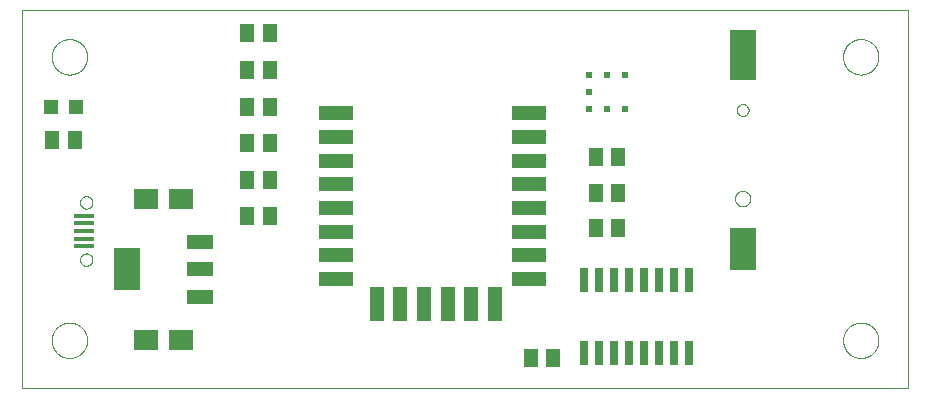
<source format=gtp>
G75*
%MOIN*%
%OFA0B0*%
%FSLAX25Y25*%
%IPPOS*%
%LPD*%
%AMOC8*
5,1,8,0,0,1.08239X$1,22.5*
%
%ADD10C,0.00000*%
%ADD11R,0.06890X0.01575*%
%ADD12R,0.11811X0.04724*%
%ADD13R,0.04724X0.11811*%
%ADD14R,0.05118X0.05906*%
%ADD15R,0.05118X0.06299*%
%ADD16R,0.08799X0.04799*%
%ADD17R,0.08661X0.14173*%
%ADD18R,0.08465X0.07087*%
%ADD19R,0.02600X0.08000*%
%ADD20R,0.09055X0.16929*%
%ADD21R,0.09055X0.14409*%
%ADD22R,0.04724X0.04724*%
%ADD23R,0.02362X0.01969*%
%ADD24R,0.01969X0.02362*%
D10*
X0002244Y0001365D02*
X0002244Y0127349D01*
X0297520Y0127349D01*
X0297520Y0001365D01*
X0002244Y0001365D01*
X0012086Y0017113D02*
X0012088Y0017266D01*
X0012094Y0017420D01*
X0012104Y0017573D01*
X0012118Y0017725D01*
X0012136Y0017878D01*
X0012158Y0018029D01*
X0012183Y0018180D01*
X0012213Y0018331D01*
X0012247Y0018481D01*
X0012284Y0018629D01*
X0012325Y0018777D01*
X0012370Y0018923D01*
X0012419Y0019069D01*
X0012472Y0019213D01*
X0012528Y0019355D01*
X0012588Y0019496D01*
X0012652Y0019636D01*
X0012719Y0019774D01*
X0012790Y0019910D01*
X0012865Y0020044D01*
X0012942Y0020176D01*
X0013024Y0020306D01*
X0013108Y0020434D01*
X0013196Y0020560D01*
X0013287Y0020683D01*
X0013381Y0020804D01*
X0013479Y0020922D01*
X0013579Y0021038D01*
X0013683Y0021151D01*
X0013789Y0021262D01*
X0013898Y0021370D01*
X0014010Y0021475D01*
X0014124Y0021576D01*
X0014242Y0021675D01*
X0014361Y0021771D01*
X0014483Y0021864D01*
X0014608Y0021953D01*
X0014735Y0022040D01*
X0014864Y0022122D01*
X0014995Y0022202D01*
X0015128Y0022278D01*
X0015263Y0022351D01*
X0015400Y0022420D01*
X0015539Y0022485D01*
X0015679Y0022547D01*
X0015821Y0022605D01*
X0015964Y0022660D01*
X0016109Y0022711D01*
X0016255Y0022758D01*
X0016402Y0022801D01*
X0016550Y0022840D01*
X0016699Y0022876D01*
X0016849Y0022907D01*
X0017000Y0022935D01*
X0017151Y0022959D01*
X0017304Y0022979D01*
X0017456Y0022995D01*
X0017609Y0023007D01*
X0017762Y0023015D01*
X0017915Y0023019D01*
X0018069Y0023019D01*
X0018222Y0023015D01*
X0018375Y0023007D01*
X0018528Y0022995D01*
X0018680Y0022979D01*
X0018833Y0022959D01*
X0018984Y0022935D01*
X0019135Y0022907D01*
X0019285Y0022876D01*
X0019434Y0022840D01*
X0019582Y0022801D01*
X0019729Y0022758D01*
X0019875Y0022711D01*
X0020020Y0022660D01*
X0020163Y0022605D01*
X0020305Y0022547D01*
X0020445Y0022485D01*
X0020584Y0022420D01*
X0020721Y0022351D01*
X0020856Y0022278D01*
X0020989Y0022202D01*
X0021120Y0022122D01*
X0021249Y0022040D01*
X0021376Y0021953D01*
X0021501Y0021864D01*
X0021623Y0021771D01*
X0021742Y0021675D01*
X0021860Y0021576D01*
X0021974Y0021475D01*
X0022086Y0021370D01*
X0022195Y0021262D01*
X0022301Y0021151D01*
X0022405Y0021038D01*
X0022505Y0020922D01*
X0022603Y0020804D01*
X0022697Y0020683D01*
X0022788Y0020560D01*
X0022876Y0020434D01*
X0022960Y0020306D01*
X0023042Y0020176D01*
X0023119Y0020044D01*
X0023194Y0019910D01*
X0023265Y0019774D01*
X0023332Y0019636D01*
X0023396Y0019496D01*
X0023456Y0019355D01*
X0023512Y0019213D01*
X0023565Y0019069D01*
X0023614Y0018923D01*
X0023659Y0018777D01*
X0023700Y0018629D01*
X0023737Y0018481D01*
X0023771Y0018331D01*
X0023801Y0018180D01*
X0023826Y0018029D01*
X0023848Y0017878D01*
X0023866Y0017725D01*
X0023880Y0017573D01*
X0023890Y0017420D01*
X0023896Y0017266D01*
X0023898Y0017113D01*
X0023896Y0016960D01*
X0023890Y0016806D01*
X0023880Y0016653D01*
X0023866Y0016501D01*
X0023848Y0016348D01*
X0023826Y0016197D01*
X0023801Y0016046D01*
X0023771Y0015895D01*
X0023737Y0015745D01*
X0023700Y0015597D01*
X0023659Y0015449D01*
X0023614Y0015303D01*
X0023565Y0015157D01*
X0023512Y0015013D01*
X0023456Y0014871D01*
X0023396Y0014730D01*
X0023332Y0014590D01*
X0023265Y0014452D01*
X0023194Y0014316D01*
X0023119Y0014182D01*
X0023042Y0014050D01*
X0022960Y0013920D01*
X0022876Y0013792D01*
X0022788Y0013666D01*
X0022697Y0013543D01*
X0022603Y0013422D01*
X0022505Y0013304D01*
X0022405Y0013188D01*
X0022301Y0013075D01*
X0022195Y0012964D01*
X0022086Y0012856D01*
X0021974Y0012751D01*
X0021860Y0012650D01*
X0021742Y0012551D01*
X0021623Y0012455D01*
X0021501Y0012362D01*
X0021376Y0012273D01*
X0021249Y0012186D01*
X0021120Y0012104D01*
X0020989Y0012024D01*
X0020856Y0011948D01*
X0020721Y0011875D01*
X0020584Y0011806D01*
X0020445Y0011741D01*
X0020305Y0011679D01*
X0020163Y0011621D01*
X0020020Y0011566D01*
X0019875Y0011515D01*
X0019729Y0011468D01*
X0019582Y0011425D01*
X0019434Y0011386D01*
X0019285Y0011350D01*
X0019135Y0011319D01*
X0018984Y0011291D01*
X0018833Y0011267D01*
X0018680Y0011247D01*
X0018528Y0011231D01*
X0018375Y0011219D01*
X0018222Y0011211D01*
X0018069Y0011207D01*
X0017915Y0011207D01*
X0017762Y0011211D01*
X0017609Y0011219D01*
X0017456Y0011231D01*
X0017304Y0011247D01*
X0017151Y0011267D01*
X0017000Y0011291D01*
X0016849Y0011319D01*
X0016699Y0011350D01*
X0016550Y0011386D01*
X0016402Y0011425D01*
X0016255Y0011468D01*
X0016109Y0011515D01*
X0015964Y0011566D01*
X0015821Y0011621D01*
X0015679Y0011679D01*
X0015539Y0011741D01*
X0015400Y0011806D01*
X0015263Y0011875D01*
X0015128Y0011948D01*
X0014995Y0012024D01*
X0014864Y0012104D01*
X0014735Y0012186D01*
X0014608Y0012273D01*
X0014483Y0012362D01*
X0014361Y0012455D01*
X0014242Y0012551D01*
X0014124Y0012650D01*
X0014010Y0012751D01*
X0013898Y0012856D01*
X0013789Y0012964D01*
X0013683Y0013075D01*
X0013579Y0013188D01*
X0013479Y0013304D01*
X0013381Y0013422D01*
X0013287Y0013543D01*
X0013196Y0013666D01*
X0013108Y0013792D01*
X0013024Y0013920D01*
X0012942Y0014050D01*
X0012865Y0014182D01*
X0012790Y0014316D01*
X0012719Y0014452D01*
X0012652Y0014590D01*
X0012588Y0014730D01*
X0012528Y0014871D01*
X0012472Y0015013D01*
X0012419Y0015157D01*
X0012370Y0015303D01*
X0012325Y0015449D01*
X0012284Y0015597D01*
X0012247Y0015745D01*
X0012213Y0015895D01*
X0012183Y0016046D01*
X0012158Y0016197D01*
X0012136Y0016348D01*
X0012118Y0016501D01*
X0012104Y0016653D01*
X0012094Y0016806D01*
X0012088Y0016960D01*
X0012086Y0017113D01*
X0021555Y0043983D02*
X0021557Y0044074D01*
X0021563Y0044164D01*
X0021573Y0044255D01*
X0021587Y0044344D01*
X0021605Y0044433D01*
X0021626Y0044522D01*
X0021652Y0044609D01*
X0021681Y0044695D01*
X0021715Y0044779D01*
X0021751Y0044862D01*
X0021792Y0044944D01*
X0021836Y0045023D01*
X0021883Y0045101D01*
X0021934Y0045176D01*
X0021988Y0045249D01*
X0022045Y0045319D01*
X0022105Y0045387D01*
X0022168Y0045453D01*
X0022234Y0045515D01*
X0022303Y0045574D01*
X0022374Y0045631D01*
X0022448Y0045684D01*
X0022524Y0045734D01*
X0022602Y0045781D01*
X0022682Y0045824D01*
X0022763Y0045863D01*
X0022847Y0045899D01*
X0022932Y0045931D01*
X0023018Y0045960D01*
X0023105Y0045984D01*
X0023194Y0046005D01*
X0023283Y0046022D01*
X0023373Y0046035D01*
X0023463Y0046044D01*
X0023554Y0046049D01*
X0023645Y0046050D01*
X0023735Y0046047D01*
X0023826Y0046040D01*
X0023916Y0046029D01*
X0024006Y0046014D01*
X0024095Y0045995D01*
X0024183Y0045973D01*
X0024269Y0045946D01*
X0024355Y0045916D01*
X0024439Y0045882D01*
X0024522Y0045844D01*
X0024603Y0045803D01*
X0024682Y0045758D01*
X0024759Y0045709D01*
X0024833Y0045658D01*
X0024906Y0045603D01*
X0024976Y0045545D01*
X0025043Y0045484D01*
X0025107Y0045420D01*
X0025169Y0045354D01*
X0025228Y0045284D01*
X0025283Y0045213D01*
X0025336Y0045138D01*
X0025385Y0045062D01*
X0025431Y0044984D01*
X0025473Y0044903D01*
X0025512Y0044821D01*
X0025547Y0044737D01*
X0025578Y0044652D01*
X0025605Y0044565D01*
X0025629Y0044478D01*
X0025649Y0044389D01*
X0025665Y0044300D01*
X0025677Y0044210D01*
X0025685Y0044119D01*
X0025689Y0044028D01*
X0025689Y0043938D01*
X0025685Y0043847D01*
X0025677Y0043756D01*
X0025665Y0043666D01*
X0025649Y0043577D01*
X0025629Y0043488D01*
X0025605Y0043401D01*
X0025578Y0043314D01*
X0025547Y0043229D01*
X0025512Y0043145D01*
X0025473Y0043063D01*
X0025431Y0042982D01*
X0025385Y0042904D01*
X0025336Y0042828D01*
X0025283Y0042753D01*
X0025228Y0042682D01*
X0025169Y0042612D01*
X0025107Y0042546D01*
X0025043Y0042482D01*
X0024976Y0042421D01*
X0024906Y0042363D01*
X0024833Y0042308D01*
X0024759Y0042257D01*
X0024682Y0042208D01*
X0024603Y0042163D01*
X0024522Y0042122D01*
X0024439Y0042084D01*
X0024355Y0042050D01*
X0024269Y0042020D01*
X0024183Y0041993D01*
X0024095Y0041971D01*
X0024006Y0041952D01*
X0023916Y0041937D01*
X0023826Y0041926D01*
X0023735Y0041919D01*
X0023645Y0041916D01*
X0023554Y0041917D01*
X0023463Y0041922D01*
X0023373Y0041931D01*
X0023283Y0041944D01*
X0023194Y0041961D01*
X0023105Y0041982D01*
X0023018Y0042006D01*
X0022932Y0042035D01*
X0022847Y0042067D01*
X0022763Y0042103D01*
X0022682Y0042142D01*
X0022602Y0042185D01*
X0022524Y0042232D01*
X0022448Y0042282D01*
X0022374Y0042335D01*
X0022303Y0042392D01*
X0022234Y0042451D01*
X0022168Y0042513D01*
X0022105Y0042579D01*
X0022045Y0042647D01*
X0021988Y0042717D01*
X0021934Y0042790D01*
X0021883Y0042865D01*
X0021836Y0042943D01*
X0021792Y0043022D01*
X0021751Y0043104D01*
X0021715Y0043187D01*
X0021681Y0043271D01*
X0021652Y0043357D01*
X0021626Y0043444D01*
X0021605Y0043533D01*
X0021587Y0043622D01*
X0021573Y0043711D01*
X0021563Y0043802D01*
X0021557Y0043892D01*
X0021555Y0043983D01*
X0021555Y0063077D02*
X0021557Y0063168D01*
X0021563Y0063258D01*
X0021573Y0063349D01*
X0021587Y0063438D01*
X0021605Y0063527D01*
X0021626Y0063616D01*
X0021652Y0063703D01*
X0021681Y0063789D01*
X0021715Y0063873D01*
X0021751Y0063956D01*
X0021792Y0064038D01*
X0021836Y0064117D01*
X0021883Y0064195D01*
X0021934Y0064270D01*
X0021988Y0064343D01*
X0022045Y0064413D01*
X0022105Y0064481D01*
X0022168Y0064547D01*
X0022234Y0064609D01*
X0022303Y0064668D01*
X0022374Y0064725D01*
X0022448Y0064778D01*
X0022524Y0064828D01*
X0022602Y0064875D01*
X0022682Y0064918D01*
X0022763Y0064957D01*
X0022847Y0064993D01*
X0022932Y0065025D01*
X0023018Y0065054D01*
X0023105Y0065078D01*
X0023194Y0065099D01*
X0023283Y0065116D01*
X0023373Y0065129D01*
X0023463Y0065138D01*
X0023554Y0065143D01*
X0023645Y0065144D01*
X0023735Y0065141D01*
X0023826Y0065134D01*
X0023916Y0065123D01*
X0024006Y0065108D01*
X0024095Y0065089D01*
X0024183Y0065067D01*
X0024269Y0065040D01*
X0024355Y0065010D01*
X0024439Y0064976D01*
X0024522Y0064938D01*
X0024603Y0064897D01*
X0024682Y0064852D01*
X0024759Y0064803D01*
X0024833Y0064752D01*
X0024906Y0064697D01*
X0024976Y0064639D01*
X0025043Y0064578D01*
X0025107Y0064514D01*
X0025169Y0064448D01*
X0025228Y0064378D01*
X0025283Y0064307D01*
X0025336Y0064232D01*
X0025385Y0064156D01*
X0025431Y0064078D01*
X0025473Y0063997D01*
X0025512Y0063915D01*
X0025547Y0063831D01*
X0025578Y0063746D01*
X0025605Y0063659D01*
X0025629Y0063572D01*
X0025649Y0063483D01*
X0025665Y0063394D01*
X0025677Y0063304D01*
X0025685Y0063213D01*
X0025689Y0063122D01*
X0025689Y0063032D01*
X0025685Y0062941D01*
X0025677Y0062850D01*
X0025665Y0062760D01*
X0025649Y0062671D01*
X0025629Y0062582D01*
X0025605Y0062495D01*
X0025578Y0062408D01*
X0025547Y0062323D01*
X0025512Y0062239D01*
X0025473Y0062157D01*
X0025431Y0062076D01*
X0025385Y0061998D01*
X0025336Y0061922D01*
X0025283Y0061847D01*
X0025228Y0061776D01*
X0025169Y0061706D01*
X0025107Y0061640D01*
X0025043Y0061576D01*
X0024976Y0061515D01*
X0024906Y0061457D01*
X0024833Y0061402D01*
X0024759Y0061351D01*
X0024682Y0061302D01*
X0024603Y0061257D01*
X0024522Y0061216D01*
X0024439Y0061178D01*
X0024355Y0061144D01*
X0024269Y0061114D01*
X0024183Y0061087D01*
X0024095Y0061065D01*
X0024006Y0061046D01*
X0023916Y0061031D01*
X0023826Y0061020D01*
X0023735Y0061013D01*
X0023645Y0061010D01*
X0023554Y0061011D01*
X0023463Y0061016D01*
X0023373Y0061025D01*
X0023283Y0061038D01*
X0023194Y0061055D01*
X0023105Y0061076D01*
X0023018Y0061100D01*
X0022932Y0061129D01*
X0022847Y0061161D01*
X0022763Y0061197D01*
X0022682Y0061236D01*
X0022602Y0061279D01*
X0022524Y0061326D01*
X0022448Y0061376D01*
X0022374Y0061429D01*
X0022303Y0061486D01*
X0022234Y0061545D01*
X0022168Y0061607D01*
X0022105Y0061673D01*
X0022045Y0061741D01*
X0021988Y0061811D01*
X0021934Y0061884D01*
X0021883Y0061959D01*
X0021836Y0062037D01*
X0021792Y0062116D01*
X0021751Y0062198D01*
X0021715Y0062281D01*
X0021681Y0062365D01*
X0021652Y0062451D01*
X0021626Y0062538D01*
X0021605Y0062627D01*
X0021587Y0062716D01*
X0021573Y0062805D01*
X0021563Y0062896D01*
X0021557Y0062986D01*
X0021555Y0063077D01*
X0012086Y0111601D02*
X0012088Y0111754D01*
X0012094Y0111908D01*
X0012104Y0112061D01*
X0012118Y0112213D01*
X0012136Y0112366D01*
X0012158Y0112517D01*
X0012183Y0112668D01*
X0012213Y0112819D01*
X0012247Y0112969D01*
X0012284Y0113117D01*
X0012325Y0113265D01*
X0012370Y0113411D01*
X0012419Y0113557D01*
X0012472Y0113701D01*
X0012528Y0113843D01*
X0012588Y0113984D01*
X0012652Y0114124D01*
X0012719Y0114262D01*
X0012790Y0114398D01*
X0012865Y0114532D01*
X0012942Y0114664D01*
X0013024Y0114794D01*
X0013108Y0114922D01*
X0013196Y0115048D01*
X0013287Y0115171D01*
X0013381Y0115292D01*
X0013479Y0115410D01*
X0013579Y0115526D01*
X0013683Y0115639D01*
X0013789Y0115750D01*
X0013898Y0115858D01*
X0014010Y0115963D01*
X0014124Y0116064D01*
X0014242Y0116163D01*
X0014361Y0116259D01*
X0014483Y0116352D01*
X0014608Y0116441D01*
X0014735Y0116528D01*
X0014864Y0116610D01*
X0014995Y0116690D01*
X0015128Y0116766D01*
X0015263Y0116839D01*
X0015400Y0116908D01*
X0015539Y0116973D01*
X0015679Y0117035D01*
X0015821Y0117093D01*
X0015964Y0117148D01*
X0016109Y0117199D01*
X0016255Y0117246D01*
X0016402Y0117289D01*
X0016550Y0117328D01*
X0016699Y0117364D01*
X0016849Y0117395D01*
X0017000Y0117423D01*
X0017151Y0117447D01*
X0017304Y0117467D01*
X0017456Y0117483D01*
X0017609Y0117495D01*
X0017762Y0117503D01*
X0017915Y0117507D01*
X0018069Y0117507D01*
X0018222Y0117503D01*
X0018375Y0117495D01*
X0018528Y0117483D01*
X0018680Y0117467D01*
X0018833Y0117447D01*
X0018984Y0117423D01*
X0019135Y0117395D01*
X0019285Y0117364D01*
X0019434Y0117328D01*
X0019582Y0117289D01*
X0019729Y0117246D01*
X0019875Y0117199D01*
X0020020Y0117148D01*
X0020163Y0117093D01*
X0020305Y0117035D01*
X0020445Y0116973D01*
X0020584Y0116908D01*
X0020721Y0116839D01*
X0020856Y0116766D01*
X0020989Y0116690D01*
X0021120Y0116610D01*
X0021249Y0116528D01*
X0021376Y0116441D01*
X0021501Y0116352D01*
X0021623Y0116259D01*
X0021742Y0116163D01*
X0021860Y0116064D01*
X0021974Y0115963D01*
X0022086Y0115858D01*
X0022195Y0115750D01*
X0022301Y0115639D01*
X0022405Y0115526D01*
X0022505Y0115410D01*
X0022603Y0115292D01*
X0022697Y0115171D01*
X0022788Y0115048D01*
X0022876Y0114922D01*
X0022960Y0114794D01*
X0023042Y0114664D01*
X0023119Y0114532D01*
X0023194Y0114398D01*
X0023265Y0114262D01*
X0023332Y0114124D01*
X0023396Y0113984D01*
X0023456Y0113843D01*
X0023512Y0113701D01*
X0023565Y0113557D01*
X0023614Y0113411D01*
X0023659Y0113265D01*
X0023700Y0113117D01*
X0023737Y0112969D01*
X0023771Y0112819D01*
X0023801Y0112668D01*
X0023826Y0112517D01*
X0023848Y0112366D01*
X0023866Y0112213D01*
X0023880Y0112061D01*
X0023890Y0111908D01*
X0023896Y0111754D01*
X0023898Y0111601D01*
X0023896Y0111448D01*
X0023890Y0111294D01*
X0023880Y0111141D01*
X0023866Y0110989D01*
X0023848Y0110836D01*
X0023826Y0110685D01*
X0023801Y0110534D01*
X0023771Y0110383D01*
X0023737Y0110233D01*
X0023700Y0110085D01*
X0023659Y0109937D01*
X0023614Y0109791D01*
X0023565Y0109645D01*
X0023512Y0109501D01*
X0023456Y0109359D01*
X0023396Y0109218D01*
X0023332Y0109078D01*
X0023265Y0108940D01*
X0023194Y0108804D01*
X0023119Y0108670D01*
X0023042Y0108538D01*
X0022960Y0108408D01*
X0022876Y0108280D01*
X0022788Y0108154D01*
X0022697Y0108031D01*
X0022603Y0107910D01*
X0022505Y0107792D01*
X0022405Y0107676D01*
X0022301Y0107563D01*
X0022195Y0107452D01*
X0022086Y0107344D01*
X0021974Y0107239D01*
X0021860Y0107138D01*
X0021742Y0107039D01*
X0021623Y0106943D01*
X0021501Y0106850D01*
X0021376Y0106761D01*
X0021249Y0106674D01*
X0021120Y0106592D01*
X0020989Y0106512D01*
X0020856Y0106436D01*
X0020721Y0106363D01*
X0020584Y0106294D01*
X0020445Y0106229D01*
X0020305Y0106167D01*
X0020163Y0106109D01*
X0020020Y0106054D01*
X0019875Y0106003D01*
X0019729Y0105956D01*
X0019582Y0105913D01*
X0019434Y0105874D01*
X0019285Y0105838D01*
X0019135Y0105807D01*
X0018984Y0105779D01*
X0018833Y0105755D01*
X0018680Y0105735D01*
X0018528Y0105719D01*
X0018375Y0105707D01*
X0018222Y0105699D01*
X0018069Y0105695D01*
X0017915Y0105695D01*
X0017762Y0105699D01*
X0017609Y0105707D01*
X0017456Y0105719D01*
X0017304Y0105735D01*
X0017151Y0105755D01*
X0017000Y0105779D01*
X0016849Y0105807D01*
X0016699Y0105838D01*
X0016550Y0105874D01*
X0016402Y0105913D01*
X0016255Y0105956D01*
X0016109Y0106003D01*
X0015964Y0106054D01*
X0015821Y0106109D01*
X0015679Y0106167D01*
X0015539Y0106229D01*
X0015400Y0106294D01*
X0015263Y0106363D01*
X0015128Y0106436D01*
X0014995Y0106512D01*
X0014864Y0106592D01*
X0014735Y0106674D01*
X0014608Y0106761D01*
X0014483Y0106850D01*
X0014361Y0106943D01*
X0014242Y0107039D01*
X0014124Y0107138D01*
X0014010Y0107239D01*
X0013898Y0107344D01*
X0013789Y0107452D01*
X0013683Y0107563D01*
X0013579Y0107676D01*
X0013479Y0107792D01*
X0013381Y0107910D01*
X0013287Y0108031D01*
X0013196Y0108154D01*
X0013108Y0108280D01*
X0013024Y0108408D01*
X0012942Y0108538D01*
X0012865Y0108670D01*
X0012790Y0108804D01*
X0012719Y0108940D01*
X0012652Y0109078D01*
X0012588Y0109218D01*
X0012528Y0109359D01*
X0012472Y0109501D01*
X0012419Y0109645D01*
X0012370Y0109791D01*
X0012325Y0109937D01*
X0012284Y0110085D01*
X0012247Y0110233D01*
X0012213Y0110383D01*
X0012183Y0110534D01*
X0012158Y0110685D01*
X0012136Y0110836D01*
X0012118Y0110989D01*
X0012104Y0111141D01*
X0012094Y0111294D01*
X0012088Y0111448D01*
X0012086Y0111601D01*
X0240433Y0093885D02*
X0240435Y0093973D01*
X0240441Y0094061D01*
X0240451Y0094149D01*
X0240465Y0094237D01*
X0240482Y0094323D01*
X0240504Y0094409D01*
X0240529Y0094493D01*
X0240559Y0094577D01*
X0240591Y0094659D01*
X0240628Y0094739D01*
X0240668Y0094818D01*
X0240712Y0094895D01*
X0240759Y0094970D01*
X0240809Y0095042D01*
X0240863Y0095113D01*
X0240919Y0095180D01*
X0240979Y0095246D01*
X0241041Y0095308D01*
X0241107Y0095368D01*
X0241174Y0095424D01*
X0241245Y0095478D01*
X0241317Y0095528D01*
X0241392Y0095575D01*
X0241469Y0095619D01*
X0241548Y0095659D01*
X0241628Y0095696D01*
X0241710Y0095728D01*
X0241794Y0095758D01*
X0241878Y0095783D01*
X0241964Y0095805D01*
X0242050Y0095822D01*
X0242138Y0095836D01*
X0242226Y0095846D01*
X0242314Y0095852D01*
X0242402Y0095854D01*
X0242490Y0095852D01*
X0242578Y0095846D01*
X0242666Y0095836D01*
X0242754Y0095822D01*
X0242840Y0095805D01*
X0242926Y0095783D01*
X0243010Y0095758D01*
X0243094Y0095728D01*
X0243176Y0095696D01*
X0243256Y0095659D01*
X0243335Y0095619D01*
X0243412Y0095575D01*
X0243487Y0095528D01*
X0243559Y0095478D01*
X0243630Y0095424D01*
X0243697Y0095368D01*
X0243763Y0095308D01*
X0243825Y0095246D01*
X0243885Y0095180D01*
X0243941Y0095113D01*
X0243995Y0095042D01*
X0244045Y0094970D01*
X0244092Y0094895D01*
X0244136Y0094818D01*
X0244176Y0094739D01*
X0244213Y0094659D01*
X0244245Y0094577D01*
X0244275Y0094493D01*
X0244300Y0094409D01*
X0244322Y0094323D01*
X0244339Y0094237D01*
X0244353Y0094149D01*
X0244363Y0094061D01*
X0244369Y0093973D01*
X0244371Y0093885D01*
X0244369Y0093797D01*
X0244363Y0093709D01*
X0244353Y0093621D01*
X0244339Y0093533D01*
X0244322Y0093447D01*
X0244300Y0093361D01*
X0244275Y0093277D01*
X0244245Y0093193D01*
X0244213Y0093111D01*
X0244176Y0093031D01*
X0244136Y0092952D01*
X0244092Y0092875D01*
X0244045Y0092800D01*
X0243995Y0092728D01*
X0243941Y0092657D01*
X0243885Y0092590D01*
X0243825Y0092524D01*
X0243763Y0092462D01*
X0243697Y0092402D01*
X0243630Y0092346D01*
X0243559Y0092292D01*
X0243487Y0092242D01*
X0243412Y0092195D01*
X0243335Y0092151D01*
X0243256Y0092111D01*
X0243176Y0092074D01*
X0243094Y0092042D01*
X0243010Y0092012D01*
X0242926Y0091987D01*
X0242840Y0091965D01*
X0242754Y0091948D01*
X0242666Y0091934D01*
X0242578Y0091924D01*
X0242490Y0091918D01*
X0242402Y0091916D01*
X0242314Y0091918D01*
X0242226Y0091924D01*
X0242138Y0091934D01*
X0242050Y0091948D01*
X0241964Y0091965D01*
X0241878Y0091987D01*
X0241794Y0092012D01*
X0241710Y0092042D01*
X0241628Y0092074D01*
X0241548Y0092111D01*
X0241469Y0092151D01*
X0241392Y0092195D01*
X0241317Y0092242D01*
X0241245Y0092292D01*
X0241174Y0092346D01*
X0241107Y0092402D01*
X0241041Y0092462D01*
X0240979Y0092524D01*
X0240919Y0092590D01*
X0240863Y0092657D01*
X0240809Y0092728D01*
X0240759Y0092800D01*
X0240712Y0092875D01*
X0240668Y0092952D01*
X0240628Y0093031D01*
X0240591Y0093111D01*
X0240559Y0093193D01*
X0240529Y0093277D01*
X0240504Y0093361D01*
X0240482Y0093447D01*
X0240465Y0093533D01*
X0240451Y0093621D01*
X0240441Y0093709D01*
X0240435Y0093797D01*
X0240433Y0093885D01*
X0275866Y0111601D02*
X0275868Y0111754D01*
X0275874Y0111908D01*
X0275884Y0112061D01*
X0275898Y0112213D01*
X0275916Y0112366D01*
X0275938Y0112517D01*
X0275963Y0112668D01*
X0275993Y0112819D01*
X0276027Y0112969D01*
X0276064Y0113117D01*
X0276105Y0113265D01*
X0276150Y0113411D01*
X0276199Y0113557D01*
X0276252Y0113701D01*
X0276308Y0113843D01*
X0276368Y0113984D01*
X0276432Y0114124D01*
X0276499Y0114262D01*
X0276570Y0114398D01*
X0276645Y0114532D01*
X0276722Y0114664D01*
X0276804Y0114794D01*
X0276888Y0114922D01*
X0276976Y0115048D01*
X0277067Y0115171D01*
X0277161Y0115292D01*
X0277259Y0115410D01*
X0277359Y0115526D01*
X0277463Y0115639D01*
X0277569Y0115750D01*
X0277678Y0115858D01*
X0277790Y0115963D01*
X0277904Y0116064D01*
X0278022Y0116163D01*
X0278141Y0116259D01*
X0278263Y0116352D01*
X0278388Y0116441D01*
X0278515Y0116528D01*
X0278644Y0116610D01*
X0278775Y0116690D01*
X0278908Y0116766D01*
X0279043Y0116839D01*
X0279180Y0116908D01*
X0279319Y0116973D01*
X0279459Y0117035D01*
X0279601Y0117093D01*
X0279744Y0117148D01*
X0279889Y0117199D01*
X0280035Y0117246D01*
X0280182Y0117289D01*
X0280330Y0117328D01*
X0280479Y0117364D01*
X0280629Y0117395D01*
X0280780Y0117423D01*
X0280931Y0117447D01*
X0281084Y0117467D01*
X0281236Y0117483D01*
X0281389Y0117495D01*
X0281542Y0117503D01*
X0281695Y0117507D01*
X0281849Y0117507D01*
X0282002Y0117503D01*
X0282155Y0117495D01*
X0282308Y0117483D01*
X0282460Y0117467D01*
X0282613Y0117447D01*
X0282764Y0117423D01*
X0282915Y0117395D01*
X0283065Y0117364D01*
X0283214Y0117328D01*
X0283362Y0117289D01*
X0283509Y0117246D01*
X0283655Y0117199D01*
X0283800Y0117148D01*
X0283943Y0117093D01*
X0284085Y0117035D01*
X0284225Y0116973D01*
X0284364Y0116908D01*
X0284501Y0116839D01*
X0284636Y0116766D01*
X0284769Y0116690D01*
X0284900Y0116610D01*
X0285029Y0116528D01*
X0285156Y0116441D01*
X0285281Y0116352D01*
X0285403Y0116259D01*
X0285522Y0116163D01*
X0285640Y0116064D01*
X0285754Y0115963D01*
X0285866Y0115858D01*
X0285975Y0115750D01*
X0286081Y0115639D01*
X0286185Y0115526D01*
X0286285Y0115410D01*
X0286383Y0115292D01*
X0286477Y0115171D01*
X0286568Y0115048D01*
X0286656Y0114922D01*
X0286740Y0114794D01*
X0286822Y0114664D01*
X0286899Y0114532D01*
X0286974Y0114398D01*
X0287045Y0114262D01*
X0287112Y0114124D01*
X0287176Y0113984D01*
X0287236Y0113843D01*
X0287292Y0113701D01*
X0287345Y0113557D01*
X0287394Y0113411D01*
X0287439Y0113265D01*
X0287480Y0113117D01*
X0287517Y0112969D01*
X0287551Y0112819D01*
X0287581Y0112668D01*
X0287606Y0112517D01*
X0287628Y0112366D01*
X0287646Y0112213D01*
X0287660Y0112061D01*
X0287670Y0111908D01*
X0287676Y0111754D01*
X0287678Y0111601D01*
X0287676Y0111448D01*
X0287670Y0111294D01*
X0287660Y0111141D01*
X0287646Y0110989D01*
X0287628Y0110836D01*
X0287606Y0110685D01*
X0287581Y0110534D01*
X0287551Y0110383D01*
X0287517Y0110233D01*
X0287480Y0110085D01*
X0287439Y0109937D01*
X0287394Y0109791D01*
X0287345Y0109645D01*
X0287292Y0109501D01*
X0287236Y0109359D01*
X0287176Y0109218D01*
X0287112Y0109078D01*
X0287045Y0108940D01*
X0286974Y0108804D01*
X0286899Y0108670D01*
X0286822Y0108538D01*
X0286740Y0108408D01*
X0286656Y0108280D01*
X0286568Y0108154D01*
X0286477Y0108031D01*
X0286383Y0107910D01*
X0286285Y0107792D01*
X0286185Y0107676D01*
X0286081Y0107563D01*
X0285975Y0107452D01*
X0285866Y0107344D01*
X0285754Y0107239D01*
X0285640Y0107138D01*
X0285522Y0107039D01*
X0285403Y0106943D01*
X0285281Y0106850D01*
X0285156Y0106761D01*
X0285029Y0106674D01*
X0284900Y0106592D01*
X0284769Y0106512D01*
X0284636Y0106436D01*
X0284501Y0106363D01*
X0284364Y0106294D01*
X0284225Y0106229D01*
X0284085Y0106167D01*
X0283943Y0106109D01*
X0283800Y0106054D01*
X0283655Y0106003D01*
X0283509Y0105956D01*
X0283362Y0105913D01*
X0283214Y0105874D01*
X0283065Y0105838D01*
X0282915Y0105807D01*
X0282764Y0105779D01*
X0282613Y0105755D01*
X0282460Y0105735D01*
X0282308Y0105719D01*
X0282155Y0105707D01*
X0282002Y0105699D01*
X0281849Y0105695D01*
X0281695Y0105695D01*
X0281542Y0105699D01*
X0281389Y0105707D01*
X0281236Y0105719D01*
X0281084Y0105735D01*
X0280931Y0105755D01*
X0280780Y0105779D01*
X0280629Y0105807D01*
X0280479Y0105838D01*
X0280330Y0105874D01*
X0280182Y0105913D01*
X0280035Y0105956D01*
X0279889Y0106003D01*
X0279744Y0106054D01*
X0279601Y0106109D01*
X0279459Y0106167D01*
X0279319Y0106229D01*
X0279180Y0106294D01*
X0279043Y0106363D01*
X0278908Y0106436D01*
X0278775Y0106512D01*
X0278644Y0106592D01*
X0278515Y0106674D01*
X0278388Y0106761D01*
X0278263Y0106850D01*
X0278141Y0106943D01*
X0278022Y0107039D01*
X0277904Y0107138D01*
X0277790Y0107239D01*
X0277678Y0107344D01*
X0277569Y0107452D01*
X0277463Y0107563D01*
X0277359Y0107676D01*
X0277259Y0107792D01*
X0277161Y0107910D01*
X0277067Y0108031D01*
X0276976Y0108154D01*
X0276888Y0108280D01*
X0276804Y0108408D01*
X0276722Y0108538D01*
X0276645Y0108670D01*
X0276570Y0108804D01*
X0276499Y0108940D01*
X0276432Y0109078D01*
X0276368Y0109218D01*
X0276308Y0109359D01*
X0276252Y0109501D01*
X0276199Y0109645D01*
X0276150Y0109791D01*
X0276105Y0109937D01*
X0276064Y0110085D01*
X0276027Y0110233D01*
X0275993Y0110383D01*
X0275963Y0110534D01*
X0275938Y0110685D01*
X0275916Y0110836D01*
X0275898Y0110989D01*
X0275884Y0111141D01*
X0275874Y0111294D01*
X0275868Y0111448D01*
X0275866Y0111601D01*
X0239843Y0064357D02*
X0239845Y0064458D01*
X0239851Y0064559D01*
X0239861Y0064660D01*
X0239875Y0064760D01*
X0239893Y0064859D01*
X0239915Y0064958D01*
X0239940Y0065056D01*
X0239970Y0065153D01*
X0240003Y0065248D01*
X0240040Y0065342D01*
X0240081Y0065435D01*
X0240125Y0065526D01*
X0240173Y0065615D01*
X0240225Y0065702D01*
X0240280Y0065787D01*
X0240338Y0065869D01*
X0240399Y0065950D01*
X0240464Y0066028D01*
X0240531Y0066103D01*
X0240601Y0066175D01*
X0240675Y0066245D01*
X0240751Y0066312D01*
X0240829Y0066376D01*
X0240910Y0066436D01*
X0240993Y0066493D01*
X0241079Y0066547D01*
X0241167Y0066598D01*
X0241256Y0066645D01*
X0241347Y0066689D01*
X0241440Y0066728D01*
X0241535Y0066765D01*
X0241630Y0066797D01*
X0241727Y0066826D01*
X0241826Y0066850D01*
X0241924Y0066871D01*
X0242024Y0066888D01*
X0242124Y0066901D01*
X0242225Y0066910D01*
X0242326Y0066915D01*
X0242427Y0066916D01*
X0242528Y0066913D01*
X0242629Y0066906D01*
X0242730Y0066895D01*
X0242830Y0066880D01*
X0242929Y0066861D01*
X0243028Y0066838D01*
X0243125Y0066812D01*
X0243222Y0066781D01*
X0243317Y0066747D01*
X0243410Y0066709D01*
X0243503Y0066667D01*
X0243593Y0066622D01*
X0243682Y0066573D01*
X0243768Y0066521D01*
X0243852Y0066465D01*
X0243935Y0066406D01*
X0244014Y0066344D01*
X0244092Y0066279D01*
X0244166Y0066211D01*
X0244238Y0066139D01*
X0244307Y0066066D01*
X0244373Y0065989D01*
X0244436Y0065910D01*
X0244496Y0065828D01*
X0244552Y0065744D01*
X0244605Y0065658D01*
X0244655Y0065570D01*
X0244701Y0065480D01*
X0244744Y0065389D01*
X0244783Y0065295D01*
X0244818Y0065200D01*
X0244849Y0065104D01*
X0244877Y0065007D01*
X0244901Y0064909D01*
X0244921Y0064810D01*
X0244937Y0064710D01*
X0244949Y0064609D01*
X0244957Y0064509D01*
X0244961Y0064408D01*
X0244961Y0064306D01*
X0244957Y0064205D01*
X0244949Y0064105D01*
X0244937Y0064004D01*
X0244921Y0063904D01*
X0244901Y0063805D01*
X0244877Y0063707D01*
X0244849Y0063610D01*
X0244818Y0063514D01*
X0244783Y0063419D01*
X0244744Y0063325D01*
X0244701Y0063234D01*
X0244655Y0063144D01*
X0244605Y0063056D01*
X0244552Y0062970D01*
X0244496Y0062886D01*
X0244436Y0062804D01*
X0244373Y0062725D01*
X0244307Y0062648D01*
X0244238Y0062575D01*
X0244166Y0062503D01*
X0244092Y0062435D01*
X0244014Y0062370D01*
X0243935Y0062308D01*
X0243852Y0062249D01*
X0243768Y0062193D01*
X0243681Y0062141D01*
X0243593Y0062092D01*
X0243503Y0062047D01*
X0243410Y0062005D01*
X0243317Y0061967D01*
X0243222Y0061933D01*
X0243125Y0061902D01*
X0243028Y0061876D01*
X0242929Y0061853D01*
X0242830Y0061834D01*
X0242730Y0061819D01*
X0242629Y0061808D01*
X0242528Y0061801D01*
X0242427Y0061798D01*
X0242326Y0061799D01*
X0242225Y0061804D01*
X0242124Y0061813D01*
X0242024Y0061826D01*
X0241924Y0061843D01*
X0241826Y0061864D01*
X0241727Y0061888D01*
X0241630Y0061917D01*
X0241535Y0061949D01*
X0241440Y0061986D01*
X0241347Y0062025D01*
X0241256Y0062069D01*
X0241167Y0062116D01*
X0241079Y0062167D01*
X0240993Y0062221D01*
X0240910Y0062278D01*
X0240829Y0062338D01*
X0240751Y0062402D01*
X0240675Y0062469D01*
X0240601Y0062539D01*
X0240531Y0062611D01*
X0240464Y0062686D01*
X0240399Y0062764D01*
X0240338Y0062845D01*
X0240280Y0062927D01*
X0240225Y0063012D01*
X0240173Y0063099D01*
X0240125Y0063188D01*
X0240081Y0063279D01*
X0240040Y0063372D01*
X0240003Y0063466D01*
X0239970Y0063561D01*
X0239940Y0063658D01*
X0239915Y0063756D01*
X0239893Y0063855D01*
X0239875Y0063954D01*
X0239861Y0064054D01*
X0239851Y0064155D01*
X0239845Y0064256D01*
X0239843Y0064357D01*
X0275866Y0017113D02*
X0275868Y0017266D01*
X0275874Y0017420D01*
X0275884Y0017573D01*
X0275898Y0017725D01*
X0275916Y0017878D01*
X0275938Y0018029D01*
X0275963Y0018180D01*
X0275993Y0018331D01*
X0276027Y0018481D01*
X0276064Y0018629D01*
X0276105Y0018777D01*
X0276150Y0018923D01*
X0276199Y0019069D01*
X0276252Y0019213D01*
X0276308Y0019355D01*
X0276368Y0019496D01*
X0276432Y0019636D01*
X0276499Y0019774D01*
X0276570Y0019910D01*
X0276645Y0020044D01*
X0276722Y0020176D01*
X0276804Y0020306D01*
X0276888Y0020434D01*
X0276976Y0020560D01*
X0277067Y0020683D01*
X0277161Y0020804D01*
X0277259Y0020922D01*
X0277359Y0021038D01*
X0277463Y0021151D01*
X0277569Y0021262D01*
X0277678Y0021370D01*
X0277790Y0021475D01*
X0277904Y0021576D01*
X0278022Y0021675D01*
X0278141Y0021771D01*
X0278263Y0021864D01*
X0278388Y0021953D01*
X0278515Y0022040D01*
X0278644Y0022122D01*
X0278775Y0022202D01*
X0278908Y0022278D01*
X0279043Y0022351D01*
X0279180Y0022420D01*
X0279319Y0022485D01*
X0279459Y0022547D01*
X0279601Y0022605D01*
X0279744Y0022660D01*
X0279889Y0022711D01*
X0280035Y0022758D01*
X0280182Y0022801D01*
X0280330Y0022840D01*
X0280479Y0022876D01*
X0280629Y0022907D01*
X0280780Y0022935D01*
X0280931Y0022959D01*
X0281084Y0022979D01*
X0281236Y0022995D01*
X0281389Y0023007D01*
X0281542Y0023015D01*
X0281695Y0023019D01*
X0281849Y0023019D01*
X0282002Y0023015D01*
X0282155Y0023007D01*
X0282308Y0022995D01*
X0282460Y0022979D01*
X0282613Y0022959D01*
X0282764Y0022935D01*
X0282915Y0022907D01*
X0283065Y0022876D01*
X0283214Y0022840D01*
X0283362Y0022801D01*
X0283509Y0022758D01*
X0283655Y0022711D01*
X0283800Y0022660D01*
X0283943Y0022605D01*
X0284085Y0022547D01*
X0284225Y0022485D01*
X0284364Y0022420D01*
X0284501Y0022351D01*
X0284636Y0022278D01*
X0284769Y0022202D01*
X0284900Y0022122D01*
X0285029Y0022040D01*
X0285156Y0021953D01*
X0285281Y0021864D01*
X0285403Y0021771D01*
X0285522Y0021675D01*
X0285640Y0021576D01*
X0285754Y0021475D01*
X0285866Y0021370D01*
X0285975Y0021262D01*
X0286081Y0021151D01*
X0286185Y0021038D01*
X0286285Y0020922D01*
X0286383Y0020804D01*
X0286477Y0020683D01*
X0286568Y0020560D01*
X0286656Y0020434D01*
X0286740Y0020306D01*
X0286822Y0020176D01*
X0286899Y0020044D01*
X0286974Y0019910D01*
X0287045Y0019774D01*
X0287112Y0019636D01*
X0287176Y0019496D01*
X0287236Y0019355D01*
X0287292Y0019213D01*
X0287345Y0019069D01*
X0287394Y0018923D01*
X0287439Y0018777D01*
X0287480Y0018629D01*
X0287517Y0018481D01*
X0287551Y0018331D01*
X0287581Y0018180D01*
X0287606Y0018029D01*
X0287628Y0017878D01*
X0287646Y0017725D01*
X0287660Y0017573D01*
X0287670Y0017420D01*
X0287676Y0017266D01*
X0287678Y0017113D01*
X0287676Y0016960D01*
X0287670Y0016806D01*
X0287660Y0016653D01*
X0287646Y0016501D01*
X0287628Y0016348D01*
X0287606Y0016197D01*
X0287581Y0016046D01*
X0287551Y0015895D01*
X0287517Y0015745D01*
X0287480Y0015597D01*
X0287439Y0015449D01*
X0287394Y0015303D01*
X0287345Y0015157D01*
X0287292Y0015013D01*
X0287236Y0014871D01*
X0287176Y0014730D01*
X0287112Y0014590D01*
X0287045Y0014452D01*
X0286974Y0014316D01*
X0286899Y0014182D01*
X0286822Y0014050D01*
X0286740Y0013920D01*
X0286656Y0013792D01*
X0286568Y0013666D01*
X0286477Y0013543D01*
X0286383Y0013422D01*
X0286285Y0013304D01*
X0286185Y0013188D01*
X0286081Y0013075D01*
X0285975Y0012964D01*
X0285866Y0012856D01*
X0285754Y0012751D01*
X0285640Y0012650D01*
X0285522Y0012551D01*
X0285403Y0012455D01*
X0285281Y0012362D01*
X0285156Y0012273D01*
X0285029Y0012186D01*
X0284900Y0012104D01*
X0284769Y0012024D01*
X0284636Y0011948D01*
X0284501Y0011875D01*
X0284364Y0011806D01*
X0284225Y0011741D01*
X0284085Y0011679D01*
X0283943Y0011621D01*
X0283800Y0011566D01*
X0283655Y0011515D01*
X0283509Y0011468D01*
X0283362Y0011425D01*
X0283214Y0011386D01*
X0283065Y0011350D01*
X0282915Y0011319D01*
X0282764Y0011291D01*
X0282613Y0011267D01*
X0282460Y0011247D01*
X0282308Y0011231D01*
X0282155Y0011219D01*
X0282002Y0011211D01*
X0281849Y0011207D01*
X0281695Y0011207D01*
X0281542Y0011211D01*
X0281389Y0011219D01*
X0281236Y0011231D01*
X0281084Y0011247D01*
X0280931Y0011267D01*
X0280780Y0011291D01*
X0280629Y0011319D01*
X0280479Y0011350D01*
X0280330Y0011386D01*
X0280182Y0011425D01*
X0280035Y0011468D01*
X0279889Y0011515D01*
X0279744Y0011566D01*
X0279601Y0011621D01*
X0279459Y0011679D01*
X0279319Y0011741D01*
X0279180Y0011806D01*
X0279043Y0011875D01*
X0278908Y0011948D01*
X0278775Y0012024D01*
X0278644Y0012104D01*
X0278515Y0012186D01*
X0278388Y0012273D01*
X0278263Y0012362D01*
X0278141Y0012455D01*
X0278022Y0012551D01*
X0277904Y0012650D01*
X0277790Y0012751D01*
X0277678Y0012856D01*
X0277569Y0012964D01*
X0277463Y0013075D01*
X0277359Y0013188D01*
X0277259Y0013304D01*
X0277161Y0013422D01*
X0277067Y0013543D01*
X0276976Y0013666D01*
X0276888Y0013792D01*
X0276804Y0013920D01*
X0276722Y0014050D01*
X0276645Y0014182D01*
X0276570Y0014316D01*
X0276499Y0014452D01*
X0276432Y0014590D01*
X0276368Y0014730D01*
X0276308Y0014871D01*
X0276252Y0015013D01*
X0276199Y0015157D01*
X0276150Y0015303D01*
X0276105Y0015449D01*
X0276064Y0015597D01*
X0276027Y0015745D01*
X0275993Y0015895D01*
X0275963Y0016046D01*
X0275938Y0016197D01*
X0275916Y0016348D01*
X0275898Y0016501D01*
X0275884Y0016653D01*
X0275874Y0016806D01*
X0275868Y0016960D01*
X0275866Y0017113D01*
D11*
X0022815Y0048412D03*
X0022815Y0050971D03*
X0022815Y0053530D03*
X0022815Y0056089D03*
X0022815Y0058648D03*
D12*
X0106693Y0061247D03*
X0106693Y0069121D03*
X0106693Y0076995D03*
X0106693Y0084869D03*
X0106693Y0092743D03*
X0171260Y0092743D03*
X0171260Y0084869D03*
X0171260Y0076995D03*
X0171260Y0069121D03*
X0171260Y0061247D03*
X0171260Y0053373D03*
X0171260Y0045499D03*
X0171260Y0037625D03*
X0106693Y0037625D03*
X0106693Y0045499D03*
X0106693Y0053373D03*
D13*
X0120472Y0029357D03*
X0128346Y0029357D03*
X0136220Y0029357D03*
X0144094Y0029357D03*
X0151969Y0029357D03*
X0159843Y0029357D03*
D14*
X0171732Y0011207D03*
X0179213Y0011207D03*
X0084724Y0058451D03*
X0077244Y0058451D03*
X0077244Y0094992D03*
X0084724Y0094992D03*
D15*
X0084724Y0082751D03*
X0077244Y0082751D03*
X0077244Y0070509D03*
X0084724Y0070509D03*
X0019764Y0083859D03*
X0012283Y0083859D03*
X0077244Y0107234D03*
X0084724Y0107234D03*
X0084724Y0119475D03*
X0077244Y0119475D03*
X0193445Y0078136D03*
X0200925Y0078136D03*
X0200925Y0066325D03*
X0193445Y0066325D03*
X0193445Y0054514D03*
X0200925Y0054514D03*
D16*
X0061689Y0049833D03*
X0061689Y0040735D03*
X0061689Y0031636D03*
D17*
X0037287Y0040735D03*
D18*
X0043681Y0017113D03*
X0055295Y0017113D03*
X0055295Y0064357D03*
X0043681Y0064357D03*
D19*
X0189469Y0037087D03*
X0194469Y0037087D03*
X0199469Y0037087D03*
X0204469Y0037087D03*
X0209469Y0037087D03*
X0214469Y0037087D03*
X0219469Y0037087D03*
X0224469Y0037087D03*
X0224469Y0012887D03*
X0219469Y0012887D03*
X0214469Y0012887D03*
X0209469Y0012887D03*
X0204469Y0012887D03*
X0199469Y0012887D03*
X0194469Y0012887D03*
X0189469Y0012887D03*
D20*
X0242402Y0112175D03*
D21*
X0242402Y0047446D03*
D22*
X0020157Y0094777D03*
X0011890Y0094777D03*
D23*
X0191220Y0094081D03*
X0197126Y0094081D03*
X0203031Y0094081D03*
X0203031Y0105499D03*
X0197126Y0105499D03*
X0191220Y0105499D03*
D24*
X0191220Y0099790D03*
M02*

</source>
